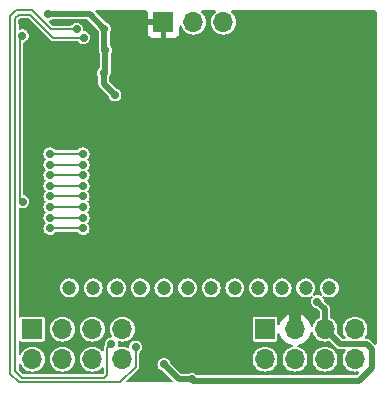
<source format=gbl>
G04 #@! TF.GenerationSoftware,KiCad,Pcbnew,7.0.1*
G04 #@! TF.CreationDate,2023-07-28T03:37:33-04:00*
G04 #@! TF.ProjectId,cdm324_v2,63646d33-3234-45f7-9632-2e6b69636164,rev?*
G04 #@! TF.SameCoordinates,Original*
G04 #@! TF.FileFunction,Copper,L2,Bot*
G04 #@! TF.FilePolarity,Positive*
%FSLAX46Y46*%
G04 Gerber Fmt 4.6, Leading zero omitted, Abs format (unit mm)*
G04 Created by KiCad (PCBNEW 7.0.1) date 2023-07-28 03:37:33*
%MOMM*%
%LPD*%
G01*
G04 APERTURE LIST*
G04 #@! TA.AperFunction,ComponentPad*
%ADD10R,1.700000X1.700000*%
G04 #@! TD*
G04 #@! TA.AperFunction,ComponentPad*
%ADD11O,1.700000X1.700000*%
G04 #@! TD*
G04 #@! TA.AperFunction,ComponentPad*
%ADD12C,1.200000*%
G04 #@! TD*
G04 #@! TA.AperFunction,ViaPad*
%ADD13C,0.700000*%
G04 #@! TD*
G04 #@! TA.AperFunction,Conductor*
%ADD14C,0.500000*%
G04 #@! TD*
G04 #@! TA.AperFunction,Conductor*
%ADD15C,1.000000*%
G04 #@! TD*
G04 #@! TA.AperFunction,Conductor*
%ADD16C,0.200000*%
G04 #@! TD*
G04 APERTURE END LIST*
D10*
X105557500Y-75987500D03*
D11*
X105557500Y-78527500D03*
X108097500Y-75987500D03*
X108097500Y-78527500D03*
X110637500Y-75987500D03*
X110637500Y-78527500D03*
X113177500Y-75987500D03*
X113177500Y-78527500D03*
D12*
X89000000Y-72500000D03*
X91000000Y-72500000D03*
X93000000Y-72500000D03*
X95000000Y-72500000D03*
X97000000Y-72500000D03*
X99000000Y-72500000D03*
X101000000Y-72500000D03*
X103000000Y-72500000D03*
X105000000Y-72500000D03*
X107000000Y-72500000D03*
X109000000Y-72500000D03*
X111000000Y-72500000D03*
D10*
X85857500Y-75987500D03*
D11*
X85857500Y-78527500D03*
X88397500Y-75987500D03*
X88397500Y-78527500D03*
X90937500Y-75987500D03*
X90937500Y-78527500D03*
X93477500Y-75987500D03*
X93477500Y-78527500D03*
D10*
X96960000Y-50000000D03*
D11*
X99500000Y-50000000D03*
X102040000Y-50000000D03*
D13*
X100760000Y-77800000D03*
X98178750Y-77818750D03*
X88700000Y-55087500D03*
X97725000Y-55370000D03*
X94800000Y-54870000D03*
X103150000Y-52250000D03*
X108850000Y-57600000D03*
X94100000Y-49950000D03*
X87247500Y-73437500D03*
X98210000Y-75250000D03*
X85800000Y-52200000D03*
X104800000Y-55350000D03*
X98824466Y-54125500D03*
X109000000Y-52650000D03*
X114712500Y-51850000D03*
X88700000Y-52150000D03*
X106650000Y-50750000D03*
X85000000Y-49950000D03*
X94800000Y-53270000D03*
X94300000Y-54070000D03*
X87250000Y-53625000D03*
X93800000Y-53270000D03*
X91550000Y-56720000D03*
X93800000Y-54870000D03*
X99460000Y-76537500D03*
X85787500Y-55087500D03*
X110700000Y-57600000D03*
X100728750Y-75268750D03*
X112650000Y-57600000D03*
X92850000Y-56150000D03*
X92050000Y-52350000D03*
X87200000Y-49300000D03*
X91900000Y-54300000D03*
X91950000Y-50550000D03*
X96997500Y-78975000D03*
X110000000Y-73650000D03*
X99360000Y-80250000D03*
X85000000Y-51150000D03*
X87350000Y-67450000D03*
X85050000Y-65200000D03*
X90150000Y-67450000D03*
X90150000Y-66550000D03*
X87350000Y-66550000D03*
X90150000Y-65650000D03*
X87350000Y-65650000D03*
X87350000Y-64750000D03*
X90150000Y-64750000D03*
X90150000Y-63850000D03*
X87350000Y-63850000D03*
X87350000Y-62950000D03*
X90150000Y-62950000D03*
X90150000Y-62050000D03*
X87350000Y-62050000D03*
X90150000Y-61150000D03*
X87350000Y-61150000D03*
X90200000Y-51300000D03*
X92550000Y-77250000D03*
X94600000Y-77500000D03*
X89600000Y-50600000D03*
D14*
X108097500Y-74197500D02*
X108050000Y-74150000D01*
D15*
X108097500Y-75987500D02*
X108097500Y-74197500D01*
D14*
X98272500Y-80250000D02*
X96997500Y-78975000D01*
X90700000Y-49300000D02*
X91950000Y-50550000D01*
X91900000Y-54300000D02*
X91900000Y-55200000D01*
X110637500Y-75987500D02*
X111900000Y-77250000D01*
X91900000Y-55200000D02*
X92850000Y-56150000D01*
X110637500Y-75987500D02*
X110637500Y-74287500D01*
X114600000Y-77700000D02*
X114600000Y-79250000D01*
X99360000Y-80250000D02*
X98272500Y-80250000D01*
X111900000Y-77250000D02*
X114150000Y-77250000D01*
X92850000Y-56150000D02*
X92800000Y-56150000D01*
X114600000Y-79250000D02*
X113500000Y-80350000D01*
X87200000Y-49300000D02*
X90700000Y-49300000D01*
X99460000Y-80350000D02*
X99360000Y-80250000D01*
X114150000Y-77250000D02*
X114600000Y-77700000D01*
X92050000Y-52350000D02*
X92050000Y-54150000D01*
X91950000Y-52250000D02*
X92050000Y-52350000D01*
X110637500Y-74287500D02*
X110000000Y-73650000D01*
X92050000Y-54150000D02*
X91900000Y-54300000D01*
X91950000Y-50550000D02*
X91950000Y-52250000D01*
X113500000Y-80350000D02*
X99460000Y-80350000D01*
D16*
X85000000Y-51150000D02*
X84800000Y-51350000D01*
X87300000Y-67450000D02*
X87350000Y-67450000D01*
X84800000Y-64950000D02*
X85050000Y-65200000D01*
X87350000Y-67450000D02*
X90150000Y-67450000D01*
X84800000Y-51350000D02*
X84800000Y-64950000D01*
X87350000Y-66550000D02*
X90150000Y-66550000D01*
X87350000Y-65650000D02*
X90150000Y-65650000D01*
X87350000Y-64750000D02*
X90150000Y-64750000D01*
X87350000Y-63850000D02*
X90150000Y-63850000D01*
X87350000Y-62950000D02*
X90150000Y-62950000D01*
X87350000Y-62050000D02*
X90150000Y-62050000D01*
X87350000Y-61150000D02*
X90150000Y-61150000D01*
X85650000Y-49350000D02*
X87600000Y-51300000D01*
X84950000Y-80100000D02*
X84400000Y-79550000D01*
X91950000Y-80100000D02*
X84950000Y-80100000D01*
X92200000Y-77600000D02*
X92200000Y-79850000D01*
X92200000Y-79850000D02*
X91950000Y-80100000D01*
X92550000Y-77250000D02*
X92200000Y-77600000D01*
X87600000Y-51300000D02*
X90200000Y-51300000D01*
X84400000Y-79550000D02*
X84400000Y-49650000D01*
X84700000Y-49350000D02*
X85650000Y-49350000D01*
X84400000Y-49650000D02*
X84700000Y-49350000D01*
X87450000Y-50600000D02*
X89600000Y-50600000D01*
X94600000Y-77500000D02*
X94600000Y-79150000D01*
X84500000Y-49000000D02*
X85850000Y-49000000D01*
X85850000Y-49000000D02*
X87450000Y-50600000D01*
X84000000Y-79747487D02*
X84000000Y-49500000D01*
X84752513Y-80500000D02*
X84000000Y-79747487D01*
X84000000Y-49500000D02*
X84500000Y-49000000D01*
X93250000Y-80500000D02*
X84752513Y-80500000D01*
X94600000Y-79150000D02*
X93250000Y-80500000D01*
G04 #@! TA.AperFunction,Conductor*
G36*
X95560500Y-49013263D02*
G01*
X95596737Y-49049500D01*
X95610000Y-49099000D01*
X95610000Y-49749999D01*
X95610001Y-49750000D01*
X97111000Y-49750000D01*
X97160500Y-49763263D01*
X97196737Y-49799500D01*
X97210000Y-49849000D01*
X97210000Y-51349999D01*
X97210001Y-51350000D01*
X97857826Y-51350000D01*
X97917376Y-51343598D01*
X98052089Y-51293353D01*
X98167188Y-51207188D01*
X98253353Y-51092089D01*
X98303598Y-50957376D01*
X98310000Y-50897826D01*
X98310000Y-50363363D01*
X98325621Y-50309988D01*
X98367553Y-50273457D01*
X98422564Y-50265297D01*
X98473296Y-50288083D01*
X98503737Y-50334625D01*
X98512455Y-50363363D01*
X98524768Y-50403954D01*
X98622315Y-50586450D01*
X98753590Y-50746410D01*
X98913550Y-50877685D01*
X99096046Y-50975232D01*
X99294066Y-51035300D01*
X99500000Y-51055583D01*
X99705934Y-51035300D01*
X99903954Y-50975232D01*
X100086450Y-50877685D01*
X100246410Y-50746410D01*
X100377685Y-50586450D01*
X100475232Y-50403954D01*
X100535300Y-50205934D01*
X100555583Y-50000000D01*
X100535300Y-49794066D01*
X100475232Y-49596046D01*
X100377685Y-49413550D01*
X100246410Y-49253590D01*
X100151291Y-49175528D01*
X100118682Y-49125404D01*
X100120883Y-49065648D01*
X100157091Y-49018059D01*
X100214096Y-49000000D01*
X101325904Y-49000000D01*
X101382909Y-49018059D01*
X101419117Y-49065648D01*
X101421318Y-49125404D01*
X101388709Y-49175528D01*
X101293590Y-49253590D01*
X101162315Y-49413549D01*
X101064767Y-49596047D01*
X101004699Y-49794066D01*
X100984416Y-50000000D01*
X101004699Y-50205933D01*
X101052455Y-50363363D01*
X101064768Y-50403954D01*
X101162315Y-50586450D01*
X101293590Y-50746410D01*
X101453550Y-50877685D01*
X101636046Y-50975232D01*
X101834066Y-51035300D01*
X102040000Y-51055583D01*
X102245934Y-51035300D01*
X102443954Y-50975232D01*
X102626450Y-50877685D01*
X102786410Y-50746410D01*
X102917685Y-50586450D01*
X103015232Y-50403954D01*
X103075300Y-50205934D01*
X103095583Y-50000000D01*
X103075300Y-49794066D01*
X103015232Y-49596046D01*
X102917685Y-49413550D01*
X102786410Y-49253590D01*
X102691291Y-49175528D01*
X102658682Y-49125404D01*
X102660883Y-49065648D01*
X102697091Y-49018059D01*
X102754096Y-49000000D01*
X114901000Y-49000000D01*
X114950500Y-49013263D01*
X114986737Y-49049500D01*
X115000000Y-49099000D01*
X115000000Y-77223889D01*
X114983315Y-77278890D01*
X114938886Y-77315353D01*
X114881686Y-77320987D01*
X114830996Y-77293893D01*
X114490366Y-76953263D01*
X114482968Y-76944983D01*
X114459878Y-76916028D01*
X114412259Y-76883562D01*
X114409241Y-76881421D01*
X114386695Y-76864781D01*
X114362882Y-76847207D01*
X114362880Y-76847206D01*
X114360094Y-76845150D01*
X114350976Y-76840547D01*
X114292596Y-76822539D01*
X114289081Y-76821382D01*
X114231439Y-76801213D01*
X114221353Y-76799500D01*
X114217902Y-76799500D01*
X114160284Y-76799500D01*
X114156582Y-76799431D01*
X114084078Y-76796718D01*
X114084114Y-76795737D01*
X114056139Y-76796009D01*
X114012683Y-76772592D01*
X113985936Y-76731102D01*
X113982548Y-76681855D01*
X114003361Y-76637097D01*
X114055185Y-76573950D01*
X114152732Y-76391454D01*
X114212800Y-76193434D01*
X114233083Y-75987500D01*
X114212800Y-75781566D01*
X114152732Y-75583546D01*
X114055185Y-75401050D01*
X113923910Y-75241090D01*
X113763950Y-75109815D01*
X113581454Y-75012268D01*
X113581453Y-75012267D01*
X113581452Y-75012267D01*
X113383433Y-74952199D01*
X113177500Y-74931916D01*
X112971566Y-74952199D01*
X112773547Y-75012267D01*
X112591049Y-75109815D01*
X112431090Y-75241090D01*
X112299815Y-75401049D01*
X112202267Y-75583547D01*
X112142199Y-75781566D01*
X112121916Y-75987500D01*
X112142199Y-76193433D01*
X112202267Y-76391452D01*
X112299815Y-76573950D01*
X112352129Y-76637695D01*
X112373856Y-76688381D01*
X112365096Y-76742828D01*
X112328566Y-76784140D01*
X112275601Y-76799500D01*
X112127611Y-76799500D01*
X112089725Y-76791964D01*
X112057607Y-76770504D01*
X111670010Y-76382907D01*
X111643981Y-76336958D01*
X111645277Y-76284164D01*
X111672800Y-76193434D01*
X111693083Y-75987500D01*
X111672800Y-75781566D01*
X111612732Y-75583546D01*
X111515185Y-75401050D01*
X111383910Y-75241090D01*
X111233623Y-75117753D01*
X111223948Y-75109813D01*
X111140332Y-75065120D01*
X111102085Y-75028706D01*
X111088000Y-74977810D01*
X111088000Y-74318364D01*
X111088622Y-74307281D01*
X111088838Y-74305360D01*
X111092770Y-74270465D01*
X111082053Y-74213827D01*
X111081433Y-74210175D01*
X111072331Y-74149784D01*
X111069144Y-74140096D01*
X111067523Y-74137029D01*
X111067523Y-74137028D01*
X111040577Y-74086046D01*
X111038936Y-74082796D01*
X111013925Y-74030858D01*
X111013923Y-74030856D01*
X111012421Y-74027736D01*
X111006515Y-74019412D01*
X110963311Y-73976207D01*
X110960742Y-73973540D01*
X110919206Y-73928773D01*
X110904896Y-73917793D01*
X110566601Y-73579498D01*
X110547814Y-73553279D01*
X110538452Y-73522413D01*
X110536330Y-73506290D01*
X110517840Y-73461652D01*
X110480861Y-73372375D01*
X110441408Y-73320960D01*
X110421420Y-73270307D01*
X110431244Y-73216743D01*
X110467909Y-73176478D01*
X110520322Y-73161696D01*
X110572621Y-73176868D01*
X110650478Y-73225789D01*
X110740757Y-73257379D01*
X110820741Y-73285367D01*
X110820742Y-73285367D01*
X110820745Y-73285368D01*
X111000000Y-73305565D01*
X111179255Y-73285368D01*
X111349522Y-73225789D01*
X111502262Y-73129816D01*
X111629816Y-73002262D01*
X111725789Y-72849522D01*
X111785368Y-72679255D01*
X111805565Y-72500000D01*
X111785368Y-72320745D01*
X111725789Y-72150478D01*
X111629816Y-71997738D01*
X111502262Y-71870184D01*
X111349522Y-71774211D01*
X111341815Y-71771514D01*
X111179258Y-71714632D01*
X111000000Y-71694435D01*
X110820741Y-71714632D01*
X110650480Y-71774210D01*
X110497739Y-71870183D01*
X110370183Y-71997739D01*
X110274210Y-72150480D01*
X110214632Y-72320741D01*
X110194435Y-72499999D01*
X110214632Y-72679258D01*
X110271514Y-72841815D01*
X110274211Y-72849522D01*
X110370183Y-73002260D01*
X110376119Y-73011707D01*
X110375119Y-73012335D01*
X110394840Y-73047549D01*
X110392730Y-73101253D01*
X110362871Y-73145940D01*
X110314062Y-73168441D01*
X110260690Y-73162124D01*
X110143710Y-73113669D01*
X110000000Y-73094750D01*
X109856289Y-73113669D01*
X109739309Y-73162124D01*
X109685935Y-73168441D01*
X109637126Y-73145938D01*
X109607268Y-73101248D01*
X109605161Y-73047543D01*
X109624881Y-73012335D01*
X109623881Y-73011707D01*
X109629817Y-73002260D01*
X109725789Y-72849522D01*
X109785368Y-72679255D01*
X109805565Y-72500000D01*
X109785368Y-72320745D01*
X109725789Y-72150478D01*
X109629816Y-71997738D01*
X109502262Y-71870184D01*
X109349522Y-71774211D01*
X109341815Y-71771514D01*
X109179258Y-71714632D01*
X109000000Y-71694435D01*
X108820741Y-71714632D01*
X108650480Y-71774210D01*
X108497739Y-71870183D01*
X108370183Y-71997739D01*
X108274210Y-72150480D01*
X108214632Y-72320741D01*
X108194435Y-72499999D01*
X108214632Y-72679258D01*
X108271514Y-72841815D01*
X108274211Y-72849522D01*
X108370184Y-73002262D01*
X108497738Y-73129816D01*
X108650478Y-73225789D01*
X108740757Y-73257379D01*
X108820741Y-73285367D01*
X108820742Y-73285367D01*
X108820745Y-73285368D01*
X109000000Y-73305565D01*
X109179255Y-73285368D01*
X109349522Y-73225789D01*
X109427379Y-73176868D01*
X109479676Y-73161696D01*
X109532089Y-73176477D01*
X109568755Y-73216742D01*
X109578579Y-73270306D01*
X109558589Y-73320962D01*
X109519139Y-73372374D01*
X109463669Y-73506290D01*
X109444750Y-73649999D01*
X109463669Y-73793709D01*
X109502892Y-73888401D01*
X109519139Y-73927625D01*
X109521964Y-73931306D01*
X109607378Y-74042621D01*
X109657306Y-74080932D01*
X109722375Y-74130861D01*
X109817067Y-74170083D01*
X109856290Y-74186330D01*
X109860992Y-74186948D01*
X109872414Y-74188452D01*
X109903279Y-74197814D01*
X109929498Y-74216601D01*
X110158004Y-74445107D01*
X110179464Y-74477225D01*
X110187000Y-74515111D01*
X110187000Y-74977810D01*
X110172915Y-75028706D01*
X110134668Y-75065120D01*
X110051051Y-75109813D01*
X109891090Y-75241090D01*
X109759815Y-75401049D01*
X109662266Y-75583547D01*
X109616680Y-75733827D01*
X109590090Y-75776901D01*
X109545683Y-75801200D01*
X109495070Y-75800372D01*
X109451483Y-75774633D01*
X109426316Y-75730712D01*
X109370929Y-75524004D01*
X109271101Y-75309924D01*
X109135612Y-75116425D01*
X108968574Y-74949387D01*
X108775076Y-74813898D01*
X108560995Y-74714070D01*
X108347500Y-74656864D01*
X108347500Y-76138500D01*
X108334237Y-76188000D01*
X108298000Y-76224237D01*
X108248500Y-76237500D01*
X107946500Y-76237500D01*
X107897000Y-76224237D01*
X107860763Y-76188000D01*
X107847500Y-76138500D01*
X107847500Y-74656864D01*
X107634005Y-74714070D01*
X107419924Y-74813898D01*
X107226425Y-74949387D01*
X107059387Y-75116425D01*
X106923898Y-75309924D01*
X106824070Y-75524004D01*
X106802627Y-75604033D01*
X106773244Y-75651981D01*
X106722487Y-75676191D01*
X106666733Y-75668851D01*
X106623972Y-75632329D01*
X106608000Y-75578410D01*
X106608000Y-75117753D01*
X106606421Y-75109813D01*
X106596367Y-75059269D01*
X106566892Y-75015157D01*
X106552052Y-74992947D01*
X106485731Y-74948633D01*
X106485730Y-74948632D01*
X106427248Y-74937000D01*
X104687752Y-74937000D01*
X104658510Y-74942816D01*
X104629268Y-74948633D01*
X104562947Y-74992947D01*
X104518633Y-75059268D01*
X104507000Y-75117753D01*
X104507000Y-76857247D01*
X104518633Y-76915731D01*
X104562947Y-76982052D01*
X104582740Y-76995277D01*
X104629269Y-77026367D01*
X104687752Y-77038000D01*
X106427247Y-77038000D01*
X106427248Y-77038000D01*
X106485731Y-77026367D01*
X106552052Y-76982052D01*
X106596367Y-76915731D01*
X106608000Y-76857248D01*
X106608000Y-76396590D01*
X106623972Y-76342671D01*
X106666733Y-76306149D01*
X106722487Y-76298809D01*
X106773244Y-76323019D01*
X106802627Y-76370967D01*
X106824070Y-76450995D01*
X106923898Y-76665076D01*
X107059387Y-76858574D01*
X107226425Y-77025612D01*
X107419923Y-77161101D01*
X107634004Y-77260929D01*
X107840712Y-77316316D01*
X107884633Y-77341483D01*
X107910372Y-77385070D01*
X107911200Y-77435683D01*
X107886901Y-77480090D01*
X107843827Y-77506680D01*
X107693547Y-77552266D01*
X107511049Y-77649815D01*
X107351090Y-77781090D01*
X107219815Y-77941049D01*
X107122267Y-78123547D01*
X107062199Y-78321566D01*
X107041916Y-78527499D01*
X107062199Y-78733433D01*
X107114091Y-78904498D01*
X107122268Y-78931454D01*
X107219815Y-79113950D01*
X107351090Y-79273910D01*
X107511050Y-79405185D01*
X107693546Y-79502732D01*
X107891566Y-79562800D01*
X108097500Y-79583083D01*
X108303434Y-79562800D01*
X108501454Y-79502732D01*
X108683950Y-79405185D01*
X108843910Y-79273910D01*
X108975185Y-79113950D01*
X109072732Y-78931454D01*
X109132800Y-78733434D01*
X109153083Y-78527500D01*
X109153083Y-78527499D01*
X109581916Y-78527499D01*
X109602199Y-78733433D01*
X109654091Y-78904498D01*
X109662268Y-78931454D01*
X109759815Y-79113950D01*
X109891090Y-79273910D01*
X110051050Y-79405185D01*
X110233546Y-79502732D01*
X110431566Y-79562800D01*
X110637500Y-79583083D01*
X110843434Y-79562800D01*
X111041454Y-79502732D01*
X111223950Y-79405185D01*
X111383910Y-79273910D01*
X111515185Y-79113950D01*
X111612732Y-78931454D01*
X111672800Y-78733434D01*
X111693083Y-78527500D01*
X111672800Y-78321566D01*
X111612732Y-78123546D01*
X111515185Y-77941050D01*
X111383910Y-77781090D01*
X111223950Y-77649815D01*
X111041454Y-77552268D01*
X111041453Y-77552267D01*
X111041452Y-77552267D01*
X110843433Y-77492199D01*
X110637500Y-77471916D01*
X110431566Y-77492199D01*
X110233547Y-77552267D01*
X110051049Y-77649815D01*
X109891090Y-77781090D01*
X109759815Y-77941049D01*
X109662267Y-78123547D01*
X109602199Y-78321566D01*
X109581916Y-78527499D01*
X109153083Y-78527499D01*
X109132800Y-78321566D01*
X109072732Y-78123546D01*
X108975185Y-77941050D01*
X108843910Y-77781090D01*
X108683950Y-77649815D01*
X108501454Y-77552268D01*
X108501453Y-77552267D01*
X108501452Y-77552267D01*
X108351172Y-77506680D01*
X108308098Y-77480090D01*
X108283799Y-77435684D01*
X108284627Y-77385070D01*
X108310366Y-77341483D01*
X108354287Y-77316316D01*
X108560995Y-77260929D01*
X108775076Y-77161101D01*
X108968574Y-77025612D01*
X109135612Y-76858574D01*
X109271101Y-76665076D01*
X109370929Y-76450995D01*
X109426316Y-76244287D01*
X109451483Y-76200366D01*
X109495070Y-76174627D01*
X109545684Y-76173799D01*
X109590090Y-76198098D01*
X109616680Y-76241172D01*
X109656053Y-76370967D01*
X109662268Y-76391454D01*
X109759815Y-76573950D01*
X109891090Y-76733910D01*
X110051050Y-76865185D01*
X110233546Y-76962732D01*
X110431566Y-77022800D01*
X110637500Y-77043083D01*
X110843434Y-77022800D01*
X110934165Y-76995276D01*
X110986957Y-76993981D01*
X111032906Y-77020010D01*
X111559628Y-77546732D01*
X111567025Y-77555010D01*
X111590121Y-77583971D01*
X111637744Y-77616440D01*
X111640762Y-77618581D01*
X111653160Y-77627731D01*
X111687118Y-77652793D01*
X111687120Y-77652793D01*
X111689909Y-77654852D01*
X111699019Y-77659451D01*
X111702325Y-77660470D01*
X111702327Y-77660472D01*
X111757425Y-77677466D01*
X111760925Y-77678618D01*
X111815301Y-77697646D01*
X111815302Y-77697646D01*
X111818569Y-77698789D01*
X111828637Y-77700500D01*
X111832098Y-77700500D01*
X111889700Y-77700500D01*
X111893402Y-77700569D01*
X111898465Y-77700758D01*
X111951010Y-77702725D01*
X111951010Y-77702724D01*
X111954464Y-77702854D01*
X111972348Y-77700500D01*
X112287911Y-77700500D01*
X112340876Y-77715860D01*
X112377406Y-77757172D01*
X112386166Y-77811619D01*
X112364439Y-77862305D01*
X112299815Y-77941049D01*
X112202267Y-78123547D01*
X112142199Y-78321566D01*
X112121916Y-78527499D01*
X112142199Y-78733433D01*
X112194091Y-78904498D01*
X112202268Y-78931454D01*
X112299815Y-79113950D01*
X112431090Y-79273910D01*
X112591050Y-79405185D01*
X112773546Y-79502732D01*
X112961937Y-79559879D01*
X112971566Y-79562800D01*
X113177500Y-79583083D01*
X113383429Y-79562801D01*
X113383431Y-79562800D01*
X113383434Y-79562800D01*
X113387996Y-79561415D01*
X113439844Y-79559888D01*
X113485350Y-79584788D01*
X113512018Y-79629279D01*
X113512527Y-79681149D01*
X113486739Y-79726156D01*
X113342393Y-79870503D01*
X113310275Y-79891964D01*
X113272389Y-79899500D01*
X99833763Y-79899500D01*
X99789977Y-79889291D01*
X99755222Y-79860769D01*
X99752619Y-79857377D01*
X99637624Y-79769138D01*
X99503709Y-79713669D01*
X99360000Y-79694750D01*
X99216290Y-79713669D01*
X99082374Y-79769139D01*
X99069469Y-79779042D01*
X99041024Y-79794246D01*
X99009202Y-79799500D01*
X98500111Y-79799500D01*
X98462225Y-79791964D01*
X98430107Y-79770504D01*
X97564101Y-78904498D01*
X97545314Y-78878279D01*
X97535952Y-78847413D01*
X97533830Y-78831290D01*
X97517583Y-78792067D01*
X97478361Y-78697375D01*
X97428432Y-78632306D01*
X97390121Y-78582378D01*
X97318600Y-78527499D01*
X104501916Y-78527499D01*
X104522199Y-78733433D01*
X104574091Y-78904498D01*
X104582268Y-78931454D01*
X104679815Y-79113950D01*
X104811090Y-79273910D01*
X104971050Y-79405185D01*
X105153546Y-79502732D01*
X105351566Y-79562800D01*
X105557500Y-79583083D01*
X105763434Y-79562800D01*
X105961454Y-79502732D01*
X106143950Y-79405185D01*
X106303910Y-79273910D01*
X106435185Y-79113950D01*
X106532732Y-78931454D01*
X106592800Y-78733434D01*
X106613083Y-78527500D01*
X106592800Y-78321566D01*
X106532732Y-78123546D01*
X106435185Y-77941050D01*
X106303910Y-77781090D01*
X106143950Y-77649815D01*
X105961454Y-77552268D01*
X105961453Y-77552267D01*
X105961452Y-77552267D01*
X105763433Y-77492199D01*
X105557500Y-77471916D01*
X105351566Y-77492199D01*
X105153547Y-77552267D01*
X104971049Y-77649815D01*
X104811090Y-77781090D01*
X104679815Y-77941049D01*
X104582267Y-78123547D01*
X104522199Y-78321566D01*
X104501916Y-78527499D01*
X97318600Y-78527499D01*
X97275125Y-78494139D01*
X97235901Y-78477892D01*
X97141209Y-78438669D01*
X96997500Y-78419750D01*
X96853790Y-78438669D01*
X96719875Y-78494139D01*
X96604878Y-78582378D01*
X96516639Y-78697375D01*
X96461169Y-78831290D01*
X96442250Y-78974999D01*
X96461169Y-79118709D01*
X96494423Y-79198990D01*
X96516639Y-79252625D01*
X96532971Y-79273909D01*
X96604878Y-79367621D01*
X96645964Y-79399147D01*
X96719875Y-79455861D01*
X96793115Y-79486197D01*
X96853789Y-79511330D01*
X96862377Y-79512460D01*
X96869913Y-79513452D01*
X96900778Y-79522814D01*
X96926997Y-79541601D01*
X97417348Y-80031952D01*
X97716393Y-80330996D01*
X97743487Y-80381686D01*
X97737853Y-80438886D01*
X97701390Y-80483315D01*
X97646389Y-80500000D01*
X93913978Y-80500000D01*
X93858977Y-80483315D01*
X93822514Y-80438886D01*
X93816880Y-80381686D01*
X93843974Y-80330996D01*
X94304467Y-79870503D01*
X94766405Y-79408564D01*
X94779496Y-79399147D01*
X94784225Y-79393959D01*
X94784228Y-79393958D01*
X94815877Y-79359239D01*
X94818994Y-79355975D01*
X94832174Y-79342797D01*
X94832238Y-79342702D01*
X94840745Y-79331961D01*
X94859916Y-79310933D01*
X94863466Y-79301766D01*
X94874104Y-79281585D01*
X94879656Y-79273481D01*
X94886169Y-79245785D01*
X94890221Y-79232702D01*
X94900500Y-79206173D01*
X94900500Y-79196348D01*
X94903130Y-79173679D01*
X94905379Y-79164119D01*
X94901448Y-79135946D01*
X94900500Y-79122269D01*
X94900500Y-78012129D01*
X94910710Y-77968342D01*
X94939230Y-77933588D01*
X94992621Y-77892621D01*
X95080861Y-77777625D01*
X95136330Y-77643709D01*
X95155250Y-77500000D01*
X95136330Y-77356291D01*
X95130196Y-77341483D01*
X95092303Y-77250000D01*
X95080861Y-77222375D01*
X95030932Y-77157306D01*
X94992621Y-77107378D01*
X94908829Y-77043083D01*
X94877625Y-77019139D01*
X94838401Y-77002892D01*
X94743709Y-76963669D01*
X94600000Y-76944750D01*
X94456290Y-76963669D01*
X94322375Y-77019139D01*
X94207378Y-77107378D01*
X94119139Y-77222375D01*
X94063669Y-77356290D01*
X94046256Y-77488559D01*
X94029044Y-77532642D01*
X93993337Y-77563699D01*
X93947294Y-77574634D01*
X93901436Y-77562948D01*
X93881453Y-77552267D01*
X93683433Y-77492199D01*
X93477500Y-77471916D01*
X93271569Y-77492198D01*
X93212050Y-77510253D01*
X93163204Y-77512451D01*
X93119264Y-77491005D01*
X93090946Y-77451144D01*
X93085160Y-77402593D01*
X93086499Y-77392422D01*
X93105250Y-77250000D01*
X93087217Y-77113029D01*
X93093004Y-77064479D01*
X93121321Y-77024618D01*
X93165262Y-77003172D01*
X93214108Y-77005371D01*
X93259497Y-77019139D01*
X93271566Y-77022800D01*
X93477500Y-77043083D01*
X93683434Y-77022800D01*
X93881454Y-76962732D01*
X94063950Y-76865185D01*
X94223910Y-76733910D01*
X94355185Y-76573950D01*
X94452732Y-76391454D01*
X94512800Y-76193434D01*
X94533083Y-75987500D01*
X94512800Y-75781566D01*
X94452732Y-75583546D01*
X94355185Y-75401050D01*
X94223910Y-75241090D01*
X94063950Y-75109815D01*
X93881454Y-75012268D01*
X93881453Y-75012267D01*
X93881452Y-75012267D01*
X93683433Y-74952199D01*
X93477500Y-74931916D01*
X93271566Y-74952199D01*
X93073547Y-75012267D01*
X92891049Y-75109815D01*
X92731090Y-75241090D01*
X92599815Y-75401049D01*
X92502267Y-75583547D01*
X92442199Y-75781566D01*
X92421916Y-75987500D01*
X92442199Y-76193433D01*
X92502267Y-76391452D01*
X92589434Y-76554529D01*
X92601121Y-76600388D01*
X92590186Y-76646431D01*
X92559130Y-76682139D01*
X92515047Y-76699351D01*
X92406289Y-76713669D01*
X92272375Y-76769139D01*
X92157378Y-76857378D01*
X92069139Y-76972375D01*
X92013669Y-77106290D01*
X91994750Y-77250000D01*
X92003533Y-77316719D01*
X91999127Y-77361460D01*
X91975389Y-77399639D01*
X91967823Y-77407205D01*
X91967754Y-77407307D01*
X91959256Y-77418034D01*
X91940083Y-77439067D01*
X91936530Y-77448238D01*
X91925895Y-77468414D01*
X91920343Y-77476519D01*
X91913830Y-77504207D01*
X91909777Y-77517296D01*
X91899500Y-77543826D01*
X91899500Y-77553652D01*
X91896870Y-77576317D01*
X91895070Y-77583971D01*
X91894621Y-77585881D01*
X91898551Y-77614053D01*
X91899500Y-77627731D01*
X91899500Y-77767101D01*
X91881441Y-77824106D01*
X91833852Y-77860314D01*
X91774096Y-77862515D01*
X91723972Y-77829906D01*
X91698389Y-77798733D01*
X91683910Y-77781090D01*
X91523950Y-77649815D01*
X91341454Y-77552268D01*
X91341453Y-77552267D01*
X91341452Y-77552267D01*
X91143433Y-77492199D01*
X90937500Y-77471916D01*
X90731566Y-77492199D01*
X90533547Y-77552267D01*
X90351049Y-77649815D01*
X90191090Y-77781090D01*
X90059815Y-77941049D01*
X89962267Y-78123547D01*
X89902199Y-78321566D01*
X89881916Y-78527499D01*
X89902199Y-78733433D01*
X89954091Y-78904498D01*
X89962268Y-78931454D01*
X90059815Y-79113950D01*
X90191090Y-79273910D01*
X90351050Y-79405185D01*
X90533546Y-79502732D01*
X90731566Y-79562800D01*
X90937500Y-79583083D01*
X91143434Y-79562800D01*
X91341454Y-79502732D01*
X91523950Y-79405185D01*
X91683910Y-79273910D01*
X91723972Y-79225093D01*
X91774096Y-79192485D01*
X91833852Y-79194686D01*
X91881441Y-79230894D01*
X91899500Y-79287899D01*
X91899500Y-79684521D01*
X91891965Y-79722405D01*
X91870506Y-79754522D01*
X91854528Y-79770501D01*
X91822409Y-79791963D01*
X91784522Y-79799500D01*
X85115479Y-79799500D01*
X85077593Y-79791964D01*
X85045476Y-79770504D01*
X84729497Y-79454526D01*
X84708036Y-79422408D01*
X84700500Y-79384522D01*
X84700500Y-78986621D01*
X84714089Y-78936561D01*
X84751126Y-78900244D01*
X84801444Y-78887640D01*
X84851227Y-78902209D01*
X84886810Y-78939952D01*
X84952793Y-79063396D01*
X84979815Y-79113950D01*
X85111090Y-79273910D01*
X85271050Y-79405185D01*
X85453546Y-79502732D01*
X85651566Y-79562800D01*
X85857500Y-79583083D01*
X86063434Y-79562800D01*
X86261454Y-79502732D01*
X86443950Y-79405185D01*
X86603910Y-79273910D01*
X86735185Y-79113950D01*
X86832732Y-78931454D01*
X86892800Y-78733434D01*
X86913083Y-78527500D01*
X86913083Y-78527499D01*
X87341916Y-78527499D01*
X87362199Y-78733433D01*
X87414091Y-78904498D01*
X87422268Y-78931454D01*
X87519815Y-79113950D01*
X87651090Y-79273910D01*
X87811050Y-79405185D01*
X87993546Y-79502732D01*
X88191566Y-79562800D01*
X88397500Y-79583083D01*
X88603434Y-79562800D01*
X88801454Y-79502732D01*
X88983950Y-79405185D01*
X89143910Y-79273910D01*
X89275185Y-79113950D01*
X89372732Y-78931454D01*
X89432800Y-78733434D01*
X89453083Y-78527500D01*
X89432800Y-78321566D01*
X89372732Y-78123546D01*
X89275185Y-77941050D01*
X89143910Y-77781090D01*
X88983950Y-77649815D01*
X88801454Y-77552268D01*
X88801453Y-77552267D01*
X88801452Y-77552267D01*
X88603433Y-77492199D01*
X88397500Y-77471916D01*
X88191566Y-77492199D01*
X87993547Y-77552267D01*
X87811049Y-77649815D01*
X87651090Y-77781090D01*
X87519815Y-77941049D01*
X87422267Y-78123547D01*
X87362199Y-78321566D01*
X87341916Y-78527499D01*
X86913083Y-78527499D01*
X86892800Y-78321566D01*
X86832732Y-78123546D01*
X86735185Y-77941050D01*
X86603910Y-77781090D01*
X86443950Y-77649815D01*
X86261454Y-77552268D01*
X86261453Y-77552267D01*
X86261452Y-77552267D01*
X86063433Y-77492199D01*
X85857500Y-77471916D01*
X85651566Y-77492199D01*
X85453547Y-77552267D01*
X85271049Y-77649815D01*
X85111090Y-77781090D01*
X84979815Y-77941049D01*
X84886810Y-78115048D01*
X84851227Y-78152791D01*
X84801444Y-78167360D01*
X84751126Y-78154756D01*
X84714089Y-78118439D01*
X84700500Y-78068379D01*
X84700500Y-77058724D01*
X84714585Y-77007828D01*
X84752832Y-76971414D01*
X84804358Y-76959843D01*
X84854502Y-76976409D01*
X84882740Y-76995277D01*
X84929269Y-77026367D01*
X84987752Y-77038000D01*
X86727247Y-77038000D01*
X86727248Y-77038000D01*
X86785731Y-77026367D01*
X86852052Y-76982052D01*
X86896367Y-76915731D01*
X86908000Y-76857248D01*
X86908000Y-75987500D01*
X87341916Y-75987500D01*
X87362199Y-76193433D01*
X87407470Y-76342671D01*
X87422268Y-76391454D01*
X87519815Y-76573950D01*
X87651090Y-76733910D01*
X87811050Y-76865185D01*
X87993546Y-76962732D01*
X88191566Y-77022800D01*
X88397500Y-77043083D01*
X88603434Y-77022800D01*
X88801454Y-76962732D01*
X88983950Y-76865185D01*
X89143910Y-76733910D01*
X89275185Y-76573950D01*
X89372732Y-76391454D01*
X89432800Y-76193434D01*
X89453083Y-75987500D01*
X89881916Y-75987500D01*
X89902199Y-76193433D01*
X89947470Y-76342671D01*
X89962268Y-76391454D01*
X90059815Y-76573950D01*
X90191090Y-76733910D01*
X90351050Y-76865185D01*
X90533546Y-76962732D01*
X90731566Y-77022800D01*
X90937500Y-77043083D01*
X91143434Y-77022800D01*
X91341454Y-76962732D01*
X91523950Y-76865185D01*
X91683910Y-76733910D01*
X91815185Y-76573950D01*
X91912732Y-76391454D01*
X91972800Y-76193434D01*
X91993083Y-75987500D01*
X91972800Y-75781566D01*
X91912732Y-75583546D01*
X91815185Y-75401050D01*
X91683910Y-75241090D01*
X91523950Y-75109815D01*
X91341454Y-75012268D01*
X91341453Y-75012267D01*
X91341452Y-75012267D01*
X91143433Y-74952199D01*
X90937500Y-74931916D01*
X90731566Y-74952199D01*
X90533547Y-75012267D01*
X90351049Y-75109815D01*
X90191090Y-75241090D01*
X90059815Y-75401049D01*
X89962267Y-75583547D01*
X89902199Y-75781566D01*
X89881916Y-75987500D01*
X89453083Y-75987500D01*
X89432800Y-75781566D01*
X89372732Y-75583546D01*
X89275185Y-75401050D01*
X89143910Y-75241090D01*
X88983950Y-75109815D01*
X88801454Y-75012268D01*
X88801453Y-75012267D01*
X88801452Y-75012267D01*
X88603433Y-74952199D01*
X88397500Y-74931916D01*
X88191566Y-74952199D01*
X87993547Y-75012267D01*
X87811049Y-75109815D01*
X87651090Y-75241090D01*
X87519815Y-75401049D01*
X87422267Y-75583547D01*
X87362199Y-75781566D01*
X87341916Y-75987500D01*
X86908000Y-75987500D01*
X86908000Y-75117752D01*
X86896367Y-75059269D01*
X86866892Y-75015157D01*
X86852052Y-74992947D01*
X86785731Y-74948633D01*
X86785730Y-74948632D01*
X86727248Y-74937000D01*
X84987752Y-74937000D01*
X84958510Y-74942816D01*
X84929268Y-74948633D01*
X84854502Y-74998591D01*
X84804358Y-75015157D01*
X84752832Y-75003586D01*
X84714585Y-74967172D01*
X84700500Y-74916276D01*
X84700500Y-72499999D01*
X88194435Y-72499999D01*
X88214632Y-72679258D01*
X88271514Y-72841815D01*
X88274211Y-72849522D01*
X88370184Y-73002262D01*
X88497738Y-73129816D01*
X88650478Y-73225789D01*
X88740757Y-73257379D01*
X88820741Y-73285367D01*
X88820742Y-73285367D01*
X88820745Y-73285368D01*
X89000000Y-73305565D01*
X89179255Y-73285368D01*
X89349522Y-73225789D01*
X89502262Y-73129816D01*
X89629816Y-73002262D01*
X89725789Y-72849522D01*
X89785368Y-72679255D01*
X89805565Y-72500000D01*
X89805565Y-72499999D01*
X90194435Y-72499999D01*
X90214632Y-72679258D01*
X90271514Y-72841815D01*
X90274211Y-72849522D01*
X90370184Y-73002262D01*
X90497738Y-73129816D01*
X90650478Y-73225789D01*
X90740757Y-73257379D01*
X90820741Y-73285367D01*
X90820742Y-73285367D01*
X90820745Y-73285368D01*
X91000000Y-73305565D01*
X91179255Y-73285368D01*
X91349522Y-73225789D01*
X91502262Y-73129816D01*
X91629816Y-73002262D01*
X91725789Y-72849522D01*
X91785368Y-72679255D01*
X91805565Y-72500000D01*
X91805565Y-72499999D01*
X92194435Y-72499999D01*
X92214632Y-72679258D01*
X92271514Y-72841815D01*
X92274211Y-72849522D01*
X92370184Y-73002262D01*
X92497738Y-73129816D01*
X92650478Y-73225789D01*
X92740757Y-73257379D01*
X92820741Y-73285367D01*
X92820742Y-73285367D01*
X92820745Y-73285368D01*
X93000000Y-73305565D01*
X93179255Y-73285368D01*
X93349522Y-73225789D01*
X93502262Y-73129816D01*
X93629816Y-73002262D01*
X93725789Y-72849522D01*
X93785368Y-72679255D01*
X93805565Y-72500000D01*
X93805565Y-72499999D01*
X94194435Y-72499999D01*
X94214632Y-72679258D01*
X94271514Y-72841815D01*
X94274211Y-72849522D01*
X94370184Y-73002262D01*
X94497738Y-73129816D01*
X94650478Y-73225789D01*
X94740757Y-73257379D01*
X94820741Y-73285367D01*
X94820742Y-73285367D01*
X94820745Y-73285368D01*
X95000000Y-73305565D01*
X95179255Y-73285368D01*
X95349522Y-73225789D01*
X95502262Y-73129816D01*
X95629816Y-73002262D01*
X95725789Y-72849522D01*
X95785368Y-72679255D01*
X95805565Y-72500000D01*
X95805565Y-72499999D01*
X96194435Y-72499999D01*
X96214632Y-72679258D01*
X96271514Y-72841815D01*
X96274211Y-72849522D01*
X96370184Y-73002262D01*
X96497738Y-73129816D01*
X96650478Y-73225789D01*
X96740757Y-73257379D01*
X96820741Y-73285367D01*
X96820742Y-73285367D01*
X96820745Y-73285368D01*
X97000000Y-73305565D01*
X97179255Y-73285368D01*
X97349522Y-73225789D01*
X97502262Y-73129816D01*
X97629816Y-73002262D01*
X97725789Y-72849522D01*
X97785368Y-72679255D01*
X97805565Y-72500000D01*
X97805565Y-72499999D01*
X98194435Y-72499999D01*
X98214632Y-72679258D01*
X98271514Y-72841815D01*
X98274211Y-72849522D01*
X98370184Y-73002262D01*
X98497738Y-73129816D01*
X98650478Y-73225789D01*
X98740757Y-73257379D01*
X98820741Y-73285367D01*
X98820742Y-73285367D01*
X98820745Y-73285368D01*
X99000000Y-73305565D01*
X99179255Y-73285368D01*
X99349522Y-73225789D01*
X99502262Y-73129816D01*
X99629816Y-73002262D01*
X99725789Y-72849522D01*
X99785368Y-72679255D01*
X99805565Y-72500000D01*
X99805565Y-72499999D01*
X100194435Y-72499999D01*
X100214632Y-72679258D01*
X100271514Y-72841815D01*
X100274211Y-72849522D01*
X100370184Y-73002262D01*
X100497738Y-73129816D01*
X100650478Y-73225789D01*
X100740757Y-73257379D01*
X100820741Y-73285367D01*
X100820742Y-73285367D01*
X100820745Y-73285368D01*
X101000000Y-73305565D01*
X101179255Y-73285368D01*
X101349522Y-73225789D01*
X101502262Y-73129816D01*
X101629816Y-73002262D01*
X101725789Y-72849522D01*
X101785368Y-72679255D01*
X101805565Y-72500000D01*
X101805565Y-72499999D01*
X102194435Y-72499999D01*
X102214632Y-72679258D01*
X102271514Y-72841815D01*
X102274211Y-72849522D01*
X102370184Y-73002262D01*
X102497738Y-73129816D01*
X102650478Y-73225789D01*
X102740757Y-73257379D01*
X102820741Y-73285367D01*
X102820742Y-73285367D01*
X102820745Y-73285368D01*
X103000000Y-73305565D01*
X103179255Y-73285368D01*
X103349522Y-73225789D01*
X103502262Y-73129816D01*
X103629816Y-73002262D01*
X103725789Y-72849522D01*
X103785368Y-72679255D01*
X103805565Y-72500000D01*
X103805565Y-72499999D01*
X104194435Y-72499999D01*
X104214632Y-72679258D01*
X104271514Y-72841815D01*
X104274211Y-72849522D01*
X104370184Y-73002262D01*
X104497738Y-73129816D01*
X104650478Y-73225789D01*
X104740757Y-73257379D01*
X104820741Y-73285367D01*
X104820742Y-73285367D01*
X104820745Y-73285368D01*
X105000000Y-73305565D01*
X105179255Y-73285368D01*
X105349522Y-73225789D01*
X105502262Y-73129816D01*
X105629816Y-73002262D01*
X105725789Y-72849522D01*
X105785368Y-72679255D01*
X105805565Y-72500000D01*
X105805565Y-72499999D01*
X106194435Y-72499999D01*
X106214632Y-72679258D01*
X106271514Y-72841815D01*
X106274211Y-72849522D01*
X106370184Y-73002262D01*
X106497738Y-73129816D01*
X106650478Y-73225789D01*
X106740757Y-73257379D01*
X106820741Y-73285367D01*
X106820742Y-73285367D01*
X106820745Y-73285368D01*
X107000000Y-73305565D01*
X107179255Y-73285368D01*
X107349522Y-73225789D01*
X107502262Y-73129816D01*
X107629816Y-73002262D01*
X107725789Y-72849522D01*
X107785368Y-72679255D01*
X107805565Y-72500000D01*
X107785368Y-72320745D01*
X107725789Y-72150478D01*
X107629816Y-71997738D01*
X107502262Y-71870184D01*
X107349522Y-71774211D01*
X107341815Y-71771514D01*
X107179258Y-71714632D01*
X107000000Y-71694435D01*
X106820741Y-71714632D01*
X106650480Y-71774210D01*
X106497739Y-71870183D01*
X106370183Y-71997739D01*
X106274210Y-72150480D01*
X106214632Y-72320741D01*
X106194435Y-72499999D01*
X105805565Y-72499999D01*
X105785368Y-72320745D01*
X105725789Y-72150478D01*
X105629816Y-71997738D01*
X105502262Y-71870184D01*
X105349522Y-71774211D01*
X105341815Y-71771514D01*
X105179258Y-71714632D01*
X105000000Y-71694435D01*
X104820741Y-71714632D01*
X104650480Y-71774210D01*
X104497739Y-71870183D01*
X104370183Y-71997739D01*
X104274210Y-72150480D01*
X104214632Y-72320741D01*
X104194435Y-72499999D01*
X103805565Y-72499999D01*
X103785368Y-72320745D01*
X103725789Y-72150478D01*
X103629816Y-71997738D01*
X103502262Y-71870184D01*
X103349522Y-71774211D01*
X103341815Y-71771514D01*
X103179258Y-71714632D01*
X103000000Y-71694435D01*
X102820741Y-71714632D01*
X102650480Y-71774210D01*
X102497739Y-71870183D01*
X102370183Y-71997739D01*
X102274210Y-72150480D01*
X102214632Y-72320741D01*
X102194435Y-72499999D01*
X101805565Y-72499999D01*
X101785368Y-72320745D01*
X101725789Y-72150478D01*
X101629816Y-71997738D01*
X101502262Y-71870184D01*
X101349522Y-71774211D01*
X101341815Y-71771514D01*
X101179258Y-71714632D01*
X101000000Y-71694435D01*
X100820741Y-71714632D01*
X100650480Y-71774210D01*
X100497739Y-71870183D01*
X100370183Y-71997739D01*
X100274210Y-72150480D01*
X100214632Y-72320741D01*
X100194435Y-72499999D01*
X99805565Y-72499999D01*
X99785368Y-72320745D01*
X99725789Y-72150478D01*
X99629816Y-71997738D01*
X99502262Y-71870184D01*
X99349522Y-71774211D01*
X99341815Y-71771514D01*
X99179258Y-71714632D01*
X99000000Y-71694435D01*
X98820741Y-71714632D01*
X98650480Y-71774210D01*
X98497739Y-71870183D01*
X98370183Y-71997739D01*
X98274210Y-72150480D01*
X98214632Y-72320741D01*
X98194435Y-72499999D01*
X97805565Y-72499999D01*
X97785368Y-72320745D01*
X97725789Y-72150478D01*
X97629816Y-71997738D01*
X97502262Y-71870184D01*
X97349522Y-71774211D01*
X97341815Y-71771514D01*
X97179258Y-71714632D01*
X97000000Y-71694435D01*
X96820741Y-71714632D01*
X96650480Y-71774210D01*
X96497739Y-71870183D01*
X96370183Y-71997739D01*
X96274210Y-72150480D01*
X96214632Y-72320741D01*
X96194435Y-72499999D01*
X95805565Y-72499999D01*
X95785368Y-72320745D01*
X95725789Y-72150478D01*
X95629816Y-71997738D01*
X95502262Y-71870184D01*
X95349522Y-71774211D01*
X95341815Y-71771514D01*
X95179258Y-71714632D01*
X95000000Y-71694435D01*
X94820741Y-71714632D01*
X94650480Y-71774210D01*
X94497739Y-71870183D01*
X94370183Y-71997739D01*
X94274210Y-72150480D01*
X94214632Y-72320741D01*
X94194435Y-72499999D01*
X93805565Y-72499999D01*
X93785368Y-72320745D01*
X93725789Y-72150478D01*
X93629816Y-71997738D01*
X93502262Y-71870184D01*
X93349522Y-71774211D01*
X93341815Y-71771514D01*
X93179258Y-71714632D01*
X93000000Y-71694435D01*
X92820741Y-71714632D01*
X92650480Y-71774210D01*
X92497739Y-71870183D01*
X92370183Y-71997739D01*
X92274210Y-72150480D01*
X92214632Y-72320741D01*
X92194435Y-72499999D01*
X91805565Y-72499999D01*
X91785368Y-72320745D01*
X91725789Y-72150478D01*
X91629816Y-71997738D01*
X91502262Y-71870184D01*
X91349522Y-71774211D01*
X91341815Y-71771514D01*
X91179258Y-71714632D01*
X91000000Y-71694435D01*
X90820741Y-71714632D01*
X90650480Y-71774210D01*
X90497739Y-71870183D01*
X90370183Y-71997739D01*
X90274210Y-72150480D01*
X90214632Y-72320741D01*
X90194435Y-72499999D01*
X89805565Y-72499999D01*
X89785368Y-72320745D01*
X89725789Y-72150478D01*
X89629816Y-71997738D01*
X89502262Y-71870184D01*
X89349522Y-71774211D01*
X89341815Y-71771514D01*
X89179258Y-71714632D01*
X89000000Y-71694435D01*
X88820741Y-71714632D01*
X88650480Y-71774210D01*
X88497739Y-71870183D01*
X88370183Y-71997739D01*
X88274210Y-72150480D01*
X88214632Y-72320741D01*
X88194435Y-72499999D01*
X84700500Y-72499999D01*
X84700500Y-67449999D01*
X86794750Y-67449999D01*
X86813669Y-67593709D01*
X86852892Y-67688401D01*
X86869139Y-67727625D01*
X86886692Y-67750500D01*
X86957378Y-67842621D01*
X87007306Y-67880932D01*
X87072375Y-67930861D01*
X87167067Y-67970083D01*
X87206290Y-67986330D01*
X87223008Y-67988531D01*
X87350000Y-68005250D01*
X87493709Y-67986330D01*
X87627625Y-67930861D01*
X87742621Y-67842621D01*
X87783588Y-67789230D01*
X87818342Y-67760710D01*
X87862129Y-67750500D01*
X89637871Y-67750500D01*
X89681658Y-67760710D01*
X89716411Y-67789230D01*
X89757379Y-67842621D01*
X89757381Y-67842623D01*
X89793898Y-67870643D01*
X89872375Y-67930861D01*
X89967067Y-67970083D01*
X90006290Y-67986330D01*
X90023008Y-67988531D01*
X90150000Y-68005250D01*
X90293709Y-67986330D01*
X90427625Y-67930861D01*
X90542621Y-67842621D01*
X90630861Y-67727625D01*
X90686330Y-67593709D01*
X90705250Y-67450000D01*
X90686330Y-67306291D01*
X90630861Y-67172375D01*
X90605474Y-67139290D01*
X90544837Y-67060266D01*
X90526726Y-67021426D01*
X90526726Y-66978571D01*
X90544834Y-66939736D01*
X90630861Y-66827625D01*
X90686330Y-66693709D01*
X90705250Y-66550000D01*
X90686330Y-66406291D01*
X90630861Y-66272375D01*
X90605474Y-66239290D01*
X90544837Y-66160266D01*
X90526726Y-66121426D01*
X90526726Y-66078571D01*
X90544834Y-66039736D01*
X90630861Y-65927625D01*
X90686330Y-65793709D01*
X90705250Y-65650000D01*
X90686330Y-65506291D01*
X90674456Y-65477625D01*
X90630861Y-65372375D01*
X90544837Y-65260266D01*
X90526726Y-65221426D01*
X90526726Y-65178571D01*
X90544836Y-65139734D01*
X90630861Y-65027625D01*
X90686330Y-64893709D01*
X90705250Y-64750000D01*
X90686330Y-64606291D01*
X90630861Y-64472375D01*
X90544835Y-64360265D01*
X90526726Y-64321428D01*
X90526726Y-64278572D01*
X90544837Y-64239733D01*
X90630861Y-64127625D01*
X90686330Y-63993709D01*
X90705250Y-63850000D01*
X90686330Y-63706291D01*
X90630861Y-63572375D01*
X90605474Y-63539290D01*
X90544837Y-63460266D01*
X90526726Y-63421426D01*
X90526726Y-63378571D01*
X90544836Y-63339734D01*
X90630861Y-63227625D01*
X90686330Y-63093709D01*
X90705250Y-62950000D01*
X90686330Y-62806291D01*
X90630861Y-62672375D01*
X90544835Y-62560265D01*
X90526726Y-62521428D01*
X90526726Y-62478572D01*
X90544837Y-62439733D01*
X90630861Y-62327625D01*
X90686330Y-62193709D01*
X90705250Y-62050000D01*
X90686330Y-61906291D01*
X90630861Y-61772375D01*
X90544835Y-61660265D01*
X90526726Y-61621428D01*
X90526726Y-61578572D01*
X90544837Y-61539733D01*
X90630861Y-61427625D01*
X90686330Y-61293709D01*
X90705250Y-61150000D01*
X90686330Y-61006291D01*
X90630861Y-60872375D01*
X90580932Y-60807306D01*
X90542621Y-60757378D01*
X90477552Y-60707450D01*
X90427625Y-60669139D01*
X90388401Y-60652892D01*
X90293709Y-60613669D01*
X90150000Y-60594750D01*
X90006290Y-60613669D01*
X89872375Y-60669139D01*
X89757381Y-60757376D01*
X89757378Y-60757379D01*
X89757379Y-60757379D01*
X89716411Y-60810769D01*
X89681658Y-60839290D01*
X89637871Y-60849500D01*
X87862129Y-60849500D01*
X87818342Y-60839290D01*
X87783588Y-60810769D01*
X87742621Y-60757379D01*
X87742619Y-60757377D01*
X87742618Y-60757376D01*
X87687841Y-60715344D01*
X87627625Y-60669139D01*
X87588401Y-60652892D01*
X87493709Y-60613669D01*
X87350000Y-60594750D01*
X87206290Y-60613669D01*
X87072375Y-60669139D01*
X86957378Y-60757378D01*
X86869139Y-60872375D01*
X86813669Y-61006290D01*
X86794750Y-61149999D01*
X86813669Y-61293709D01*
X86852892Y-61388401D01*
X86869139Y-61427625D01*
X86886692Y-61450500D01*
X86955162Y-61539733D01*
X86973273Y-61578573D01*
X86973273Y-61621427D01*
X86955162Y-61660267D01*
X86869139Y-61772375D01*
X86813669Y-61906290D01*
X86794750Y-62050000D01*
X86813669Y-62193709D01*
X86852892Y-62288401D01*
X86869139Y-62327625D01*
X86894526Y-62360710D01*
X86955162Y-62439733D01*
X86973273Y-62478573D01*
X86973273Y-62521427D01*
X86955162Y-62560267D01*
X86869139Y-62672375D01*
X86813669Y-62806290D01*
X86794750Y-62950000D01*
X86813669Y-63093709D01*
X86852892Y-63188401D01*
X86869139Y-63227625D01*
X86886692Y-63250500D01*
X86955162Y-63339733D01*
X86973273Y-63378573D01*
X86973273Y-63421427D01*
X86955162Y-63460267D01*
X86869139Y-63572375D01*
X86813669Y-63706290D01*
X86794750Y-63849999D01*
X86813669Y-63993709D01*
X86852892Y-64088401D01*
X86869139Y-64127625D01*
X86886692Y-64150500D01*
X86955162Y-64239733D01*
X86973273Y-64278573D01*
X86973273Y-64321427D01*
X86955162Y-64360267D01*
X86869139Y-64472375D01*
X86813669Y-64606290D01*
X86794750Y-64750000D01*
X86813669Y-64893709D01*
X86869138Y-65027624D01*
X86955162Y-65139732D01*
X86973273Y-65178571D01*
X86973273Y-65221426D01*
X86955162Y-65260266D01*
X86869139Y-65372374D01*
X86813669Y-65506290D01*
X86794750Y-65650000D01*
X86813669Y-65793709D01*
X86852892Y-65888401D01*
X86869139Y-65927625D01*
X86894526Y-65960710D01*
X86955162Y-66039733D01*
X86973273Y-66078573D01*
X86973273Y-66121427D01*
X86955162Y-66160267D01*
X86869139Y-66272375D01*
X86813669Y-66406290D01*
X86794750Y-66549999D01*
X86813669Y-66693709D01*
X86852892Y-66788401D01*
X86869139Y-66827625D01*
X86894526Y-66860710D01*
X86955162Y-66939733D01*
X86973273Y-66978573D01*
X86973273Y-67021427D01*
X86955162Y-67060267D01*
X86869139Y-67172375D01*
X86813669Y-67306290D01*
X86794750Y-67449999D01*
X84700500Y-67449999D01*
X84700500Y-65799253D01*
X84712190Y-65752585D01*
X84744498Y-65716938D01*
X84789796Y-65700730D01*
X84837385Y-65707789D01*
X84906289Y-65736330D01*
X84936242Y-65740273D01*
X85050000Y-65755250D01*
X85193709Y-65736330D01*
X85327625Y-65680861D01*
X85442621Y-65592621D01*
X85530861Y-65477625D01*
X85586330Y-65343709D01*
X85605250Y-65200000D01*
X85586330Y-65056291D01*
X85583931Y-65050500D01*
X85570083Y-65017067D01*
X85530861Y-64922375D01*
X85480932Y-64857306D01*
X85442621Y-64807378D01*
X85377552Y-64757450D01*
X85327625Y-64719139D01*
X85297287Y-64706572D01*
X85193710Y-64663669D01*
X85186578Y-64662731D01*
X85142716Y-64645674D01*
X85111686Y-64610291D01*
X85100500Y-64564578D01*
X85100500Y-51770378D01*
X85117184Y-51715377D01*
X85161614Y-51678914D01*
X85193786Y-51665587D01*
X85277625Y-51630861D01*
X85392621Y-51542621D01*
X85480861Y-51427625D01*
X85536330Y-51293709D01*
X85555250Y-51150000D01*
X85536330Y-51006291D01*
X85480861Y-50872375D01*
X85430932Y-50807306D01*
X85392621Y-50757378D01*
X85303698Y-50689146D01*
X85277625Y-50669139D01*
X85238401Y-50652892D01*
X85143709Y-50613669D01*
X85000000Y-50594750D01*
X84856291Y-50613669D01*
X84837384Y-50621501D01*
X84789795Y-50628559D01*
X84744498Y-50612351D01*
X84712190Y-50576704D01*
X84700500Y-50530036D01*
X84700500Y-49815479D01*
X84708036Y-49777593D01*
X84729496Y-49745475D01*
X84795475Y-49679496D01*
X84827593Y-49658036D01*
X84865479Y-49650500D01*
X85484521Y-49650500D01*
X85522407Y-49658036D01*
X85554525Y-49679496D01*
X87341436Y-51466407D01*
X87350857Y-51479501D01*
X87390726Y-51515847D01*
X87394031Y-51519003D01*
X87407201Y-51532173D01*
X87407295Y-51532237D01*
X87418039Y-51540746D01*
X87439067Y-51559916D01*
X87448230Y-51563465D01*
X87468413Y-51574103D01*
X87476519Y-51579656D01*
X87504211Y-51586169D01*
X87517298Y-51590222D01*
X87543827Y-51600500D01*
X87553652Y-51600500D01*
X87576317Y-51603129D01*
X87585881Y-51605379D01*
X87614053Y-51601448D01*
X87627731Y-51600500D01*
X89687871Y-51600500D01*
X89731658Y-51610710D01*
X89766411Y-51639230D01*
X89807379Y-51692621D01*
X89807381Y-51692623D01*
X89837035Y-51715377D01*
X89922375Y-51780861D01*
X90017067Y-51820083D01*
X90056290Y-51836330D01*
X90073008Y-51838531D01*
X90200000Y-51855250D01*
X90343709Y-51836330D01*
X90477625Y-51780861D01*
X90592621Y-51692621D01*
X90680861Y-51577625D01*
X90736330Y-51443709D01*
X90755250Y-51300000D01*
X90736330Y-51156291D01*
X90733724Y-51150000D01*
X90709737Y-51092089D01*
X90680861Y-51022375D01*
X90630932Y-50957306D01*
X90592621Y-50907378D01*
X90505503Y-50840531D01*
X90477625Y-50819139D01*
X90447287Y-50806572D01*
X90343710Y-50763669D01*
X90235432Y-50749414D01*
X90188087Y-50729803D01*
X90156891Y-50689146D01*
X90150202Y-50638340D01*
X90155250Y-50600000D01*
X90136330Y-50456291D01*
X90080861Y-50322375D01*
X90025326Y-50250001D01*
X89992621Y-50207378D01*
X89927459Y-50157378D01*
X89877625Y-50119139D01*
X89838401Y-50102892D01*
X89743709Y-50063669D01*
X89600000Y-50044750D01*
X89456290Y-50063669D01*
X89322375Y-50119139D01*
X89207381Y-50207376D01*
X89207378Y-50207379D01*
X89207379Y-50207379D01*
X89166411Y-50260769D01*
X89131658Y-50289290D01*
X89087871Y-50299500D01*
X87615479Y-50299500D01*
X87577593Y-50291964D01*
X87545475Y-50270504D01*
X87280292Y-50005321D01*
X87253882Y-49957797D01*
X87256550Y-49903494D01*
X87287492Y-49858788D01*
X87337375Y-49837164D01*
X87343710Y-49836330D01*
X87382932Y-49820083D01*
X87477625Y-49780861D01*
X87490530Y-49770958D01*
X87518976Y-49755754D01*
X87550798Y-49750500D01*
X90472388Y-49750500D01*
X90510274Y-49758036D01*
X90542392Y-49779496D01*
X91383397Y-50620500D01*
X91402183Y-50646716D01*
X91411546Y-50677580D01*
X91413669Y-50693709D01*
X91469139Y-50827625D01*
X91479042Y-50840531D01*
X91494246Y-50868976D01*
X91499500Y-50900798D01*
X91499500Y-52219134D01*
X91498878Y-52230217D01*
X91494729Y-52267037D01*
X91498232Y-52285552D01*
X91499110Y-52316871D01*
X91494749Y-52349997D01*
X91513669Y-52493709D01*
X91569139Y-52627625D01*
X91579042Y-52640531D01*
X91594246Y-52668976D01*
X91599500Y-52700798D01*
X91599500Y-53787871D01*
X91589290Y-53831658D01*
X91560769Y-53866411D01*
X91518924Y-53898519D01*
X91507376Y-53907381D01*
X91419139Y-54022375D01*
X91363669Y-54156290D01*
X91344750Y-54299999D01*
X91363669Y-54443709D01*
X91419139Y-54577625D01*
X91429042Y-54590531D01*
X91444246Y-54618976D01*
X91449500Y-54650798D01*
X91449500Y-55169136D01*
X91448878Y-55180219D01*
X91444730Y-55217037D01*
X91455444Y-55273664D01*
X91456064Y-55277312D01*
X91465168Y-55337710D01*
X91468363Y-55347420D01*
X91496905Y-55401424D01*
X91498574Y-55404728D01*
X91525075Y-55459757D01*
X91530993Y-55468097D01*
X91574199Y-55511304D01*
X91576768Y-55513971D01*
X91618299Y-55558731D01*
X91632601Y-55569705D01*
X92283397Y-56220500D01*
X92302183Y-56246716D01*
X92311546Y-56277580D01*
X92313669Y-56293709D01*
X92352892Y-56388401D01*
X92369139Y-56427625D01*
X92407450Y-56477552D01*
X92457378Y-56542621D01*
X92507306Y-56580932D01*
X92572375Y-56630861D01*
X92667067Y-56670083D01*
X92706290Y-56686330D01*
X92723008Y-56688531D01*
X92850000Y-56705250D01*
X92993709Y-56686330D01*
X93127625Y-56630861D01*
X93242621Y-56542621D01*
X93330861Y-56427625D01*
X93386330Y-56293709D01*
X93405250Y-56150000D01*
X93386330Y-56006291D01*
X93330861Y-55872375D01*
X93280932Y-55807306D01*
X93242621Y-55757378D01*
X93177552Y-55707450D01*
X93127625Y-55669139D01*
X93097287Y-55656572D01*
X92993710Y-55613669D01*
X92977580Y-55611546D01*
X92946717Y-55602183D01*
X92920501Y-55583397D01*
X92379496Y-55042393D01*
X92358036Y-55010275D01*
X92350500Y-54972389D01*
X92350500Y-54650798D01*
X92355754Y-54618976D01*
X92370958Y-54590531D01*
X92372458Y-54588575D01*
X92380861Y-54577625D01*
X92436330Y-54443709D01*
X92442373Y-54397805D01*
X92450412Y-54377878D01*
X92447860Y-54376986D01*
X92451318Y-54367097D01*
X92459448Y-54350990D01*
X92460470Y-54347675D01*
X92460472Y-54347673D01*
X92477482Y-54292522D01*
X92478590Y-54289154D01*
X92497646Y-54234699D01*
X92497646Y-54234693D01*
X92498790Y-54231425D01*
X92500500Y-54221365D01*
X92500500Y-54160284D01*
X92500569Y-54156582D01*
X92502853Y-54095532D01*
X92500500Y-54077655D01*
X92500500Y-52700798D01*
X92505754Y-52668976D01*
X92520958Y-52640531D01*
X92522458Y-52638575D01*
X92530861Y-52627625D01*
X92586330Y-52493709D01*
X92605250Y-52350000D01*
X92586330Y-52206291D01*
X92530861Y-52072375D01*
X92442621Y-51957379D01*
X92439230Y-51954777D01*
X92410709Y-51920023D01*
X92400500Y-51876237D01*
X92400500Y-50900798D01*
X92400991Y-50897826D01*
X95610000Y-50897826D01*
X95616401Y-50957376D01*
X95666646Y-51092089D01*
X95752811Y-51207188D01*
X95867910Y-51293353D01*
X96002623Y-51343598D01*
X96062174Y-51350000D01*
X96709999Y-51350000D01*
X96710000Y-51349999D01*
X96710000Y-50250001D01*
X96709999Y-50250000D01*
X95610001Y-50250000D01*
X95610000Y-50250001D01*
X95610000Y-50897826D01*
X92400991Y-50897826D01*
X92405754Y-50868976D01*
X92420958Y-50840531D01*
X92422458Y-50838575D01*
X92430861Y-50827625D01*
X92486330Y-50693709D01*
X92505250Y-50550000D01*
X92486330Y-50406291D01*
X92485361Y-50403952D01*
X92451571Y-50322375D01*
X92430861Y-50272375D01*
X92379878Y-50205933D01*
X92342621Y-50157378D01*
X92277552Y-50107450D01*
X92227625Y-50069139D01*
X92197287Y-50056572D01*
X92093710Y-50013669D01*
X92077580Y-50011546D01*
X92046717Y-50002183D01*
X92020501Y-49983397D01*
X91633150Y-49596046D01*
X91206106Y-49169003D01*
X91179013Y-49118314D01*
X91184647Y-49061114D01*
X91221110Y-49016685D01*
X91276111Y-49000000D01*
X95511000Y-49000000D01*
X95560500Y-49013263D01*
G37*
G04 #@! TD.AperFunction*
M02*

</source>
